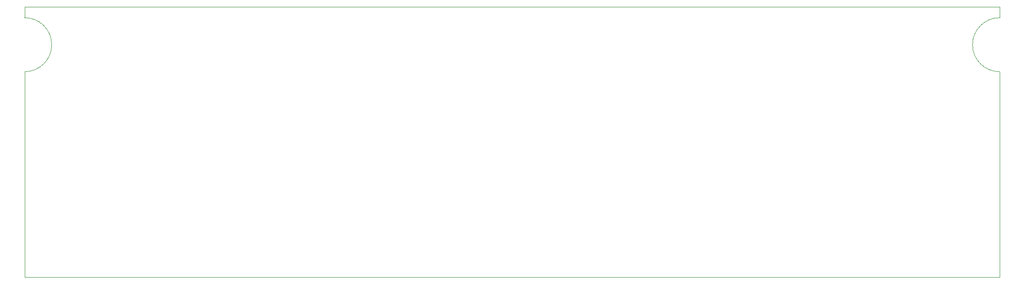
<source format=gm1>
G04 #@! TF.GenerationSoftware,KiCad,Pcbnew,7.0.1*
G04 #@! TF.CreationDate,2023-04-02T15:52:54+01:00*
G04 #@! TF.ProjectId,ecu,6563752e-6b69-4636-9164-5f7063625858,rev?*
G04 #@! TF.SameCoordinates,Original*
G04 #@! TF.FileFunction,Profile,NP*
%FSLAX46Y46*%
G04 Gerber Fmt 4.6, Leading zero omitted, Abs format (unit mm)*
G04 Created by KiCad (PCBNEW 7.0.1) date 2023-04-02 15:52:54*
%MOMM*%
%LPD*%
G01*
G04 APERTURE LIST*
G04 #@! TA.AperFunction,Profile*
%ADD10C,0.100000*%
G04 #@! TD*
G04 APERTURE END LIST*
D10*
X230000000Y-150000000D02*
X50000000Y-150000000D01*
X50000000Y-100000000D02*
X230000000Y-100000000D01*
X50000000Y-112000000D02*
G75*
G03*
X50000000Y-102000000I0J5000000D01*
G01*
X230000000Y-102000000D02*
G75*
G03*
X230000000Y-112000000I0J-5000000D01*
G01*
X230000000Y-112000000D02*
X230000000Y-150000000D01*
X50000000Y-112000000D02*
X50000000Y-150000000D01*
X50000000Y-102000000D02*
X50000000Y-100000000D01*
X230000000Y-102000000D02*
X230000000Y-100000000D01*
M02*

</source>
